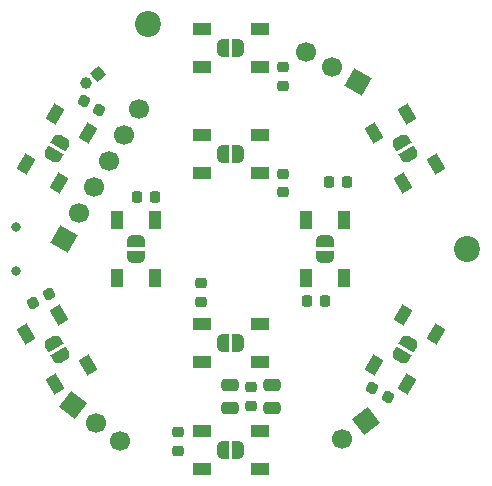
<source format=gbr>
%TF.GenerationSoftware,KiCad,Pcbnew,(6.0.5)*%
%TF.CreationDate,2022-05-23T16:41:31+02:00*%
%TF.ProjectId,qi-lamp-charger,71692d6c-616d-4702-9d63-686172676572,1.0.0*%
%TF.SameCoordinates,Original*%
%TF.FileFunction,Soldermask,Top*%
%TF.FilePolarity,Negative*%
%FSLAX46Y46*%
G04 Gerber Fmt 4.6, Leading zero omitted, Abs format (unit mm)*
G04 Created by KiCad (PCBNEW (6.0.5)) date 2022-05-23 16:41:31*
%MOMM*%
%LPD*%
G01*
G04 APERTURE LIST*
G04 Aperture macros list*
%AMRoundRect*
0 Rectangle with rounded corners*
0 $1 Rounding radius*
0 $2 $3 $4 $5 $6 $7 $8 $9 X,Y pos of 4 corners*
0 Add a 4 corners polygon primitive as box body*
4,1,4,$2,$3,$4,$5,$6,$7,$8,$9,$2,$3,0*
0 Add four circle primitives for the rounded corners*
1,1,$1+$1,$2,$3*
1,1,$1+$1,$4,$5*
1,1,$1+$1,$6,$7*
1,1,$1+$1,$8,$9*
0 Add four rect primitives between the rounded corners*
20,1,$1+$1,$2,$3,$4,$5,0*
20,1,$1+$1,$4,$5,$6,$7,0*
20,1,$1+$1,$6,$7,$8,$9,0*
20,1,$1+$1,$8,$9,$2,$3,0*%
%AMHorizOval*
0 Thick line with rounded ends*
0 $1 width*
0 $2 $3 position (X,Y) of the first rounded end (center of the circle)*
0 $4 $5 position (X,Y) of the second rounded end (center of the circle)*
0 Add line between two ends*
20,1,$1,$2,$3,$4,$5,0*
0 Add two circle primitives to create the rounded ends*
1,1,$1,$2,$3*
1,1,$1,$4,$5*%
%AMRotRect*
0 Rectangle, with rotation*
0 The origin of the aperture is its center*
0 $1 length*
0 $2 width*
0 $3 Rotation angle, in degrees counterclockwise*
0 Add horizontal line*
21,1,$1,$2,0,0,$3*%
%AMFreePoly0*
4,1,22,0.500000,-0.750000,0.000000,-0.750000,0.000000,-0.745034,-0.079941,-0.743568,-0.215256,-0.701294,-0.333266,-0.622738,-0.424486,-0.514219,-0.481580,-0.384460,-0.499164,-0.250000,-0.500000,-0.250000,-0.500000,0.250000,-0.499164,0.250000,-0.499963,0.256109,-0.478152,0.396186,-0.417904,0.524511,-0.324060,0.630769,-0.204166,0.706417,-0.067858,0.745374,0.000001,0.744959,0.000000,0.750000,
0.500000,0.750000,0.500000,-0.750000,0.500000,-0.750000,$1*%
%AMFreePoly1*
4,1,20,0.000001,0.744959,0.073906,0.744508,0.209726,0.703889,0.328688,0.626782,0.421226,0.519385,0.479903,0.390333,0.500000,0.250000,0.500000,-0.250000,0.499851,-0.262216,0.476331,-0.402017,0.414519,-0.529596,0.319384,-0.634700,0.198574,-0.708876,0.061801,-0.746166,0.000000,-0.745034,0.000000,-0.750000,-0.500000,-0.750000,-0.500000,0.750000,0.000000,0.750000,0.000001,0.744959,
0.000001,0.744959,$1*%
G04 Aperture macros list end*
%ADD10C,2.200000*%
%ADD11RoundRect,0.225000X0.319856X0.104006X-0.069856X0.329006X-0.319856X-0.104006X0.069856X-0.329006X0*%
%ADD12RotRect,1.500000X1.000000X120.000000*%
%ADD13R,1.000000X1.500000*%
%ADD14RotRect,1.500000X1.000000X60.000000*%
%ADD15RoundRect,0.225000X-0.225000X-0.250000X0.225000X-0.250000X0.225000X0.250000X-0.225000X0.250000X0*%
%ADD16RoundRect,0.225000X0.250000X-0.225000X0.250000X0.225000X-0.250000X0.225000X-0.250000X-0.225000X0*%
%ADD17R,1.500000X1.000000*%
%ADD18FreePoly0,240.000000*%
%ADD19FreePoly1,240.000000*%
%ADD20FreePoly0,270.000000*%
%ADD21FreePoly1,270.000000*%
%ADD22FreePoly0,120.000000*%
%ADD23FreePoly1,120.000000*%
%ADD24RoundRect,0.225000X-0.250000X0.225000X-0.250000X-0.225000X0.250000X-0.225000X0.250000X0.225000X0*%
%ADD25FreePoly0,300.000000*%
%ADD26FreePoly1,300.000000*%
%ADD27RoundRect,0.225000X0.225000X0.250000X-0.225000X0.250000X-0.225000X-0.250000X0.225000X-0.250000X0*%
%ADD28FreePoly0,0.000000*%
%ADD29FreePoly1,0.000000*%
%ADD30FreePoly0,90.000000*%
%ADD31FreePoly1,90.000000*%
%ADD32RotRect,1.500000X1.000000X300.000000*%
%ADD33RoundRect,0.250000X0.475000X-0.250000X0.475000X0.250000X-0.475000X0.250000X-0.475000X-0.250000X0*%
%ADD34RotRect,1.500000X1.000000X240.000000*%
%ADD35FreePoly0,60.000000*%
%ADD36FreePoly1,60.000000*%
%ADD37FreePoly0,180.000000*%
%ADD38FreePoly1,180.000000*%
%ADD39RoundRect,0.225000X0.069856X0.329006X-0.319856X0.104006X-0.069856X-0.329006X0.319856X-0.104006X0*%
%ADD40RotRect,1.700000X1.700000X127.500000*%
%ADD41HorizOval,1.700000X0.000000X0.000000X0.000000X0.000000X0*%
%ADD42RotRect,1.000000X1.000000X130.000000*%
%ADD43HorizOval,1.000000X0.000000X0.000000X0.000000X0.000000X0*%
%ADD44RotRect,1.700000X1.700000X232.500000*%
%ADD45HorizOval,1.700000X0.000000X0.000000X0.000000X0.000000X0*%
%ADD46RotRect,1.700000X1.700000X60.000000*%
%ADD47HorizOval,1.700000X0.000000X0.000000X0.000000X0.000000X0*%
%ADD48C,0.800000*%
%ADD49RotRect,1.700000X1.700000X330.000000*%
%ADD50HorizOval,1.700000X0.000000X0.000000X0.000000X0.000000X0*%
G04 APERTURE END LIST*
D10*
%TO.C,H2*%
X120000000Y-100000000D03*
%TD*%
%TO.C,H1*%
X93000000Y-81000000D03*
%TD*%
D11*
%TO.C,C26*%
X113271170Y-112587500D03*
X111928830Y-111812500D03*
%TD*%
D12*
%TO.C,D2*%
X114883073Y-88578238D03*
X112111791Y-90178238D03*
X114561791Y-94421762D03*
X117333073Y-92821762D03*
%TD*%
D13*
%TO.C,D8*%
X109600000Y-97550001D03*
X106400000Y-97550001D03*
X106400000Y-102450001D03*
X109600000Y-102450001D03*
%TD*%
D14*
%TO.C,D3*%
X117333073Y-107178238D03*
X114561791Y-105578238D03*
X112111791Y-109821762D03*
X114883073Y-111421762D03*
%TD*%
D15*
%TO.C,C25*%
X108325000Y-94300000D03*
X109875000Y-94300000D03*
%TD*%
D11*
%TO.C,C29*%
X88871170Y-88287500D03*
X87528830Y-87512500D03*
%TD*%
D16*
%TO.C,C27*%
X95500000Y-117075000D03*
X95500000Y-115525000D03*
%TD*%
D17*
%TO.C,D7*%
X97550000Y-90400000D03*
X97550000Y-93600000D03*
X102450000Y-93600000D03*
X102450000Y-90400000D03*
%TD*%
D18*
%TO.C,JP3*%
X115047432Y-107937083D03*
D19*
X114397432Y-109062917D03*
%TD*%
D20*
%TO.C,JP8*%
X108000000Y-99350001D03*
D21*
X108000000Y-100650001D03*
%TD*%
D22*
%TO.C,JP5*%
X85602568Y-109062917D03*
D23*
X84952568Y-107937083D03*
%TD*%
D17*
%TO.C,D4*%
X102450000Y-118600000D03*
X102450000Y-115400000D03*
X97550000Y-115400000D03*
X97550000Y-118600000D03*
%TD*%
D24*
%TO.C,C30*%
X104400000Y-93625000D03*
X104400000Y-95175000D03*
%TD*%
D25*
%TO.C,JP2*%
X114397432Y-90937083D03*
D26*
X115047432Y-92062917D03*
%TD*%
D27*
%TO.C,C31*%
X107975000Y-104400000D03*
X106425000Y-104400000D03*
%TD*%
D17*
%TO.C,D9*%
X102450000Y-109600000D03*
X102450000Y-106400000D03*
X97550000Y-106400000D03*
X97550000Y-109600000D03*
%TD*%
D28*
%TO.C,JP7*%
X99350000Y-92000000D03*
D29*
X100650000Y-92000000D03*
%TD*%
D30*
%TO.C,JP10*%
X92000000Y-100650000D03*
D31*
X92000000Y-99350000D03*
%TD*%
D32*
%TO.C,D5*%
X85116927Y-111421762D03*
X87888209Y-109821762D03*
X85438209Y-105578238D03*
X82666927Y-107178238D03*
%TD*%
D33*
%TO.C,C21*%
X99950002Y-113449997D03*
X99950002Y-111549997D03*
%TD*%
D17*
%TO.C,D1*%
X97550000Y-81400000D03*
X97550000Y-84600000D03*
X102450000Y-84600000D03*
X102450000Y-81400000D03*
%TD*%
D24*
%TO.C,C24*%
X104400000Y-84625000D03*
X104400000Y-86175000D03*
%TD*%
D34*
%TO.C,D6*%
X82666927Y-92821762D03*
X85438209Y-94421762D03*
X87888209Y-90178238D03*
X85116927Y-88578238D03*
%TD*%
D33*
%TO.C,C20*%
X103450001Y-113449991D03*
X103450001Y-111549991D03*
%TD*%
D35*
%TO.C,JP6*%
X84952568Y-92062917D03*
D36*
X85602568Y-90937083D03*
%TD*%
D37*
%TO.C,JP4*%
X100650000Y-117000000D03*
D38*
X99350000Y-117000000D03*
%TD*%
D15*
%TO.C,C33*%
X92025000Y-95600000D03*
X93575000Y-95600000D03*
%TD*%
D24*
%TO.C,C32*%
X97500000Y-102925000D03*
X97500000Y-104475000D03*
%TD*%
D13*
%TO.C,D10*%
X90400000Y-102450000D03*
X93600000Y-102450000D03*
X93600000Y-97550000D03*
X90400000Y-97550000D03*
%TD*%
D39*
%TO.C,C28*%
X84571170Y-103812500D03*
X83228830Y-104587500D03*
%TD*%
D16*
%TO.C,C3*%
X101700002Y-113274998D03*
X101700002Y-111724998D03*
%TD*%
D28*
%TO.C,JP1*%
X99350000Y-83000000D03*
D29*
X100650000Y-83000000D03*
%TD*%
D37*
%TO.C,JP9*%
X100650000Y-108000000D03*
D38*
X99350000Y-108000000D03*
%TD*%
D40*
%TO.C,J2*%
X111433882Y-114566116D03*
D41*
X109418765Y-116112370D03*
%TD*%
D42*
%TO.C,TP1*%
X88716987Y-85163398D03*
D43*
X87744111Y-85979738D03*
%TD*%
D44*
%TO.C,J1*%
X86600000Y-113200000D03*
D45*
X88615117Y-114746254D03*
X90630235Y-116292508D03*
%TD*%
D46*
%TO.C,J5*%
X110800000Y-85900000D03*
D47*
X108600295Y-84630000D03*
X106400591Y-83360000D03*
%TD*%
D48*
%TO.C,SW1*%
X81850000Y-98150000D03*
X81850000Y-101850000D03*
%TD*%
D49*
%TO.C,J4*%
X85900000Y-99200000D03*
D50*
X87170000Y-97000295D03*
X88440000Y-94800591D03*
X89710000Y-92600886D03*
X90980000Y-90401182D03*
X92250000Y-88201477D03*
%TD*%
M02*

</source>
